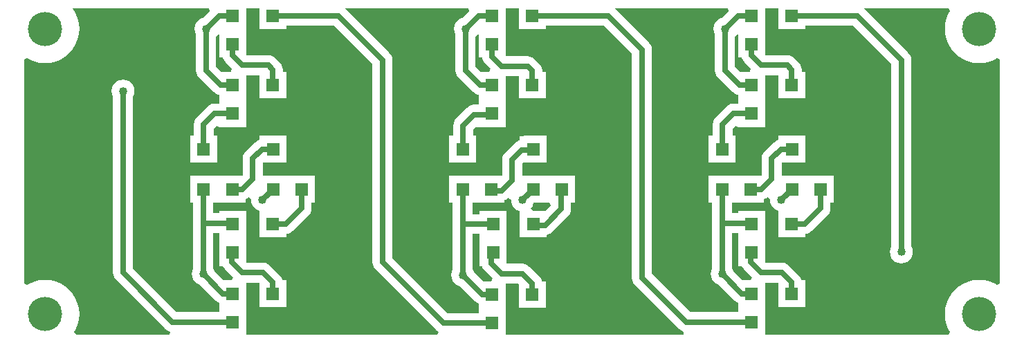
<source format=gtl>
%FSLAX25Y25*%
%MOIN*%
G70*
G01*
G75*
G04 Layer_Physical_Order=1*
G04 Layer_Color=255*
%ADD10R,0.05906X0.05906*%
%ADD11R,0.05906X0.05906*%
%ADD12C,0.02500*%
%ADD13C,0.16500*%
%ADD14C,0.04000*%
G36*
X1246402Y849437D02*
X1246402Y849437D01*
X1246402Y848563D01*
X1246402D01*
Y835658D01*
X1248122D01*
X1248211Y835443D01*
X1248351Y835104D01*
X1249112Y834112D01*
X1249112Y834112D01*
X1249112Y834112D01*
X1252996Y830228D01*
X1252422Y828843D01*
X1248433D01*
X1243972Y833304D01*
X1243969Y833325D01*
X1243414Y834663D01*
X1243401Y834681D01*
Y851599D01*
X1246402D01*
Y849437D01*
D02*
G37*
G36*
X1156073Y864848D02*
X1153567Y862342D01*
X1147370D01*
X1146812Y863070D01*
X1146507Y863688D01*
X1147304Y864726D01*
X1147858Y866064D01*
X1147861Y866086D01*
X1148009Y866234D01*
X1154063D01*
Y866234D01*
X1154063D01*
X1154063Y866234D01*
X1154937D01*
Y866234D01*
X1155499D01*
X1156073Y864848D01*
D02*
G37*
G36*
X1121902Y849437D02*
X1121902Y849437D01*
X1121902Y848563D01*
X1121902D01*
Y835658D01*
X1122915D01*
X1123211Y834943D01*
X1123351Y834604D01*
X1124112Y833612D01*
X1124112Y833612D01*
X1124112Y833612D01*
X1127996Y829728D01*
X1127422Y828343D01*
X1123433D01*
X1118972Y832804D01*
X1118969Y832825D01*
X1118414Y834163D01*
X1118401Y834181D01*
Y851099D01*
X1121902D01*
Y849437D01*
D02*
G37*
G36*
X1348474Y958691D02*
X1347753Y957514D01*
X1346759Y955115D01*
X1346153Y952589D01*
X1345949Y950000D01*
X1346153Y947411D01*
X1346759Y944885D01*
X1347753Y942486D01*
X1349110Y940272D01*
X1350797Y938297D01*
X1352772Y936610D01*
X1354986Y935253D01*
X1357385Y934259D01*
X1359911Y933653D01*
X1362500Y933449D01*
X1365089Y933653D01*
X1367615Y934259D01*
X1370014Y935253D01*
X1371191Y935974D01*
X1372500Y935241D01*
Y827259D01*
X1371191Y826526D01*
X1370014Y827247D01*
X1367615Y828241D01*
X1365089Y828847D01*
X1362500Y829051D01*
X1359911Y828847D01*
X1357385Y828241D01*
X1354986Y827247D01*
X1352772Y825890D01*
X1350797Y824203D01*
X1349110Y822228D01*
X1347753Y820014D01*
X1346759Y817614D01*
X1346153Y815089D01*
X1345949Y812500D01*
X1346153Y809911D01*
X1346759Y807386D01*
X1347753Y804986D01*
X1348474Y803809D01*
X1347741Y802500D01*
X1259307D01*
Y814876D01*
X1259307Y814876D01*
D01*
D01*
D01*
D01*
D01*
D01*
D01*
X1259307Y815063D01*
Y815243D01*
Y815500D01*
Y815627D01*
Y815937D01*
X1259307Y816072D01*
X1259307Y816124D01*
X1259307Y816124D01*
D01*
D01*
D01*
X1259307Y816124D01*
D01*
Y827709D01*
X1265516D01*
X1265693Y827532D01*
Y815937D01*
X1278598D01*
Y828843D01*
X1277025D01*
X1276773Y829094D01*
D01*
D01*
D01*
D01*
Y829094D01*
X1276773D01*
D01*
X1276773D01*
D01*
D01*
D01*
X1276295Y830250D01*
X1275533Y831242D01*
X1275533Y831242D01*
D01*
D01*
D01*
D01*
X1275533Y831242D01*
D01*
D01*
X1275533D01*
X1270888Y835888D01*
X1269895Y836649D01*
X1269557Y836789D01*
X1268740Y837128D01*
X1267500Y837291D01*
X1259484D01*
X1259307Y837468D01*
Y848563D01*
D01*
Y848563D01*
X1259307Y848563D01*
Y849437D01*
X1259307D01*
Y862342D01*
X1246402D01*
Y861181D01*
X1243401D01*
Y866234D01*
X1245063D01*
Y866234D01*
X1245937D01*
X1246124Y866234D01*
Y866234D01*
X1246124D01*
D01*
X1246124Y866234D01*
D01*
D01*
X1258842D01*
Y867915D01*
X1259557Y868211D01*
X1259896Y868351D01*
X1260445Y868772D01*
X1261744Y868022D01*
X1261685Y867576D01*
X1261874Y866141D01*
X1262428Y864803D01*
X1263310Y863654D01*
X1264458Y862772D01*
X1265693Y862261D01*
Y849437D01*
X1278598D01*
Y851126D01*
X1279630Y851262D01*
X1280447Y851600D01*
X1280785Y851741D01*
X1281777Y852502D01*
Y852502D01*
X1281777D01*
D01*
D01*
D01*
D01*
D01*
D01*
X1281777D01*
D01*
X1281777D01*
Y852502D01*
D01*
D01*
D01*
D01*
Y852502D01*
D01*
D01*
D01*
D01*
D01*
D01*
Y852502D01*
D01*
D01*
X1281777D01*
D01*
D01*
D01*
X1289510Y860234D01*
Y860234D01*
D01*
D01*
D01*
X1289510Y860234D01*
D01*
Y860234D01*
D01*
X1289510D01*
Y860234D01*
D01*
Y860234D01*
Y860234D01*
X1289510D01*
D01*
D01*
Y860234D01*
D01*
D01*
D01*
D01*
D01*
D01*
Y860234D01*
D01*
D01*
X1289510D01*
D01*
X1289510Y860234D01*
D01*
D01*
X1290271Y861226D01*
X1290469Y861705D01*
X1290750Y862382D01*
X1290913Y863622D01*
D01*
D01*
D01*
D01*
D01*
X1290913D01*
D01*
D01*
D01*
D01*
Y863622D01*
X1290913D01*
D01*
Y863622D01*
D01*
D01*
D01*
D01*
D01*
D01*
D01*
D01*
D01*
D01*
D01*
D01*
Y863622D01*
D01*
X1290913D01*
D01*
D01*
D01*
D01*
X1290913Y863622D01*
Y866234D01*
X1292575D01*
Y879139D01*
X1279669D01*
D01*
D01*
X1279669Y879139D01*
X1278795D01*
Y879139D01*
X1267291D01*
Y885515D01*
X1267301Y885525D01*
X1278795D01*
Y898431D01*
X1265890D01*
Y896626D01*
X1265738Y896606D01*
X1264583Y896127D01*
X1263590Y895366D01*
X1259112Y890888D01*
X1258351Y889896D01*
X1258211Y889557D01*
X1257872Y888740D01*
X1257709Y887500D01*
Y879484D01*
X1257364Y879139D01*
X1246124D01*
X1246124Y879139D01*
X1246124Y879139D01*
X1245937Y879139D01*
X1245500D01*
X1245063D01*
X1244876Y879139D01*
X1244876Y879139D01*
X1244876Y879139D01*
X1232158D01*
Y866234D01*
X1233819D01*
Y834681D01*
X1233806Y834663D01*
X1233252Y833325D01*
X1233063Y831890D01*
X1233252Y830454D01*
X1233806Y829116D01*
X1234688Y827967D01*
X1235837Y827085D01*
X1237175Y826531D01*
X1237196Y826528D01*
X1244722Y819002D01*
D01*
X1244722Y819002D01*
X1244722Y819002D01*
D01*
D01*
D01*
X1244722Y819002D01*
Y819002D01*
X1245715Y818241D01*
X1246402Y817956D01*
Y816124D01*
X1246402Y816124D01*
X1246402Y816124D01*
X1246402Y815937D01*
Y815063D01*
D01*
D01*
X1246402D01*
Y813401D01*
X1223374D01*
X1204791Y831985D01*
Y940000D01*
X1204628Y941240D01*
X1204149Y942395D01*
X1203388Y943388D01*
X1186998Y959778D01*
X1187074Y960000D01*
X1241265D01*
X1241839Y958614D01*
X1238586Y955361D01*
X1238564Y955358D01*
X1237226Y954804D01*
X1236077Y953923D01*
X1235196Y952774D01*
X1234642Y951436D01*
X1234453Y950000D01*
X1234642Y948564D01*
X1235196Y947226D01*
X1235209Y947209D01*
Y930000D01*
X1235372Y928760D01*
X1235711Y927943D01*
X1235851Y927604D01*
X1236612Y926612D01*
X1243723Y919502D01*
D01*
X1243723Y919502D01*
X1243723Y919502D01*
D01*
D01*
D01*
X1243723Y919502D01*
Y919502D01*
X1244715Y918741D01*
X1245053Y918600D01*
X1245870Y918262D01*
X1246402Y918192D01*
Y916624D01*
X1246402Y916624D01*
X1246402Y916624D01*
X1246402Y916437D01*
Y915563D01*
D01*
D01*
D01*
D01*
X1246402D01*
Y913901D01*
X1244110D01*
X1242870Y913738D01*
X1241715Y913259D01*
X1240722Y912498D01*
X1235490Y907266D01*
X1234729Y906273D01*
X1234250Y905118D01*
X1234087Y903878D01*
Y898431D01*
X1232158D01*
Y885525D01*
X1245063D01*
Y898431D01*
X1243669D01*
Y901894D01*
X1245016Y903240D01*
X1246402Y902666D01*
Y902658D01*
X1259307D01*
Y915376D01*
X1259307Y915376D01*
D01*
D01*
D01*
D01*
D01*
D01*
D01*
X1259307Y915563D01*
Y915743D01*
Y916000D01*
Y916127D01*
Y916437D01*
X1259307Y916572D01*
X1259307Y916624D01*
X1259307Y916624D01*
D01*
D01*
D01*
X1259307Y916624D01*
D01*
Y927709D01*
X1265693D01*
Y916437D01*
X1278598D01*
Y929342D01*
X1276937D01*
X1276937Y930354D01*
D01*
D01*
Y930354D01*
D01*
D01*
D01*
D01*
D01*
D01*
D01*
D01*
D01*
D01*
D01*
D01*
D01*
Y930354D01*
D01*
X1276937D01*
D01*
D01*
D01*
D01*
D01*
D01*
D01*
X1276937Y930354D01*
D01*
D01*
D01*
X1276773Y931594D01*
X1276493Y932271D01*
X1276295Y932750D01*
X1275533Y933742D01*
X1275533Y933742D01*
D01*
D01*
D01*
D01*
X1275533Y933742D01*
D01*
D01*
X1275533D01*
X1273388Y935888D01*
X1272396Y936649D01*
X1272057Y936789D01*
X1271240Y937128D01*
X1270000Y937291D01*
X1259484D01*
X1259307Y937468D01*
Y949063D01*
D01*
Y949063D01*
X1259307Y949063D01*
Y949937D01*
X1259307D01*
Y960000D01*
X1265693D01*
Y949937D01*
X1278598D01*
Y951599D01*
X1301626D01*
X1320209Y933016D01*
Y845291D01*
X1320196Y845274D01*
X1319642Y843936D01*
X1319452Y842500D01*
X1319642Y841064D01*
X1320196Y839726D01*
X1321077Y838577D01*
X1322226Y837696D01*
X1323564Y837142D01*
X1325000Y836952D01*
X1326436Y837142D01*
X1327774Y837696D01*
X1328923Y838577D01*
X1329804Y839726D01*
X1330358Y841064D01*
X1330548Y842500D01*
X1330358Y843936D01*
X1329804Y845274D01*
X1329791Y845291D01*
Y935000D01*
X1329628Y936240D01*
X1329149Y937395D01*
X1328388Y938388D01*
X1306998Y959778D01*
X1307073Y960000D01*
X1347741D01*
X1348474Y958691D01*
D02*
G37*
G36*
X996402Y849437D02*
X996402Y849437D01*
X996402Y848563D01*
X996402D01*
Y835658D01*
X998122D01*
X998211Y835443D01*
X998351Y835104D01*
X999112Y834112D01*
X999112Y834112D01*
X999112Y834112D01*
X1002996Y830228D01*
X1002422Y828843D01*
X998433D01*
X993972Y833304D01*
X993969Y833325D01*
X993414Y834663D01*
X993401Y834681D01*
Y851599D01*
X996402D01*
Y849437D01*
D02*
G37*
G36*
X1015693Y949937D02*
X1028598D01*
Y951599D01*
X1051626D01*
X1070209Y933016D01*
Y837500D01*
X1070372Y836260D01*
X1070711Y835443D01*
X1070851Y835104D01*
X1071612Y834112D01*
X1101002Y804722D01*
X1101994Y803961D01*
X1101389Y802500D01*
X1009307D01*
Y814876D01*
X1009307Y814876D01*
D01*
D01*
D01*
D01*
D01*
D01*
D01*
X1009307Y815063D01*
Y815243D01*
Y815500D01*
Y815627D01*
Y815937D01*
X1009307Y816072D01*
X1009307Y816124D01*
X1009307Y816124D01*
D01*
D01*
D01*
X1009307Y816124D01*
D01*
Y827709D01*
X1015516D01*
X1015693Y827532D01*
Y815937D01*
X1028598D01*
Y828843D01*
X1026807D01*
X1026773Y829094D01*
X1026295Y830250D01*
X1025533Y831242D01*
X1025533Y831242D01*
D01*
D01*
D01*
D01*
X1025533Y831242D01*
D01*
D01*
X1025533D01*
X1020888Y835888D01*
D01*
X1020888Y835888D01*
D01*
D01*
D01*
X1020888Y835888D01*
X1020888Y835888D01*
X1019895Y836649D01*
X1019557Y836789D01*
X1018740Y837128D01*
X1017500Y837291D01*
X1009484D01*
X1009307Y837468D01*
Y848563D01*
D01*
Y848563D01*
X1009307Y848563D01*
Y849437D01*
X1009307D01*
Y862342D01*
X996402D01*
Y861181D01*
X993401D01*
Y866234D01*
X995331D01*
Y866234D01*
X996205D01*
X996391Y866234D01*
Y866234D01*
X996391D01*
D01*
X996391Y866234D01*
D01*
D01*
X1009110D01*
Y868026D01*
X1009557Y868211D01*
X1009896Y868351D01*
X1010445Y868772D01*
X1011744Y868022D01*
X1011685Y867576D01*
X1011874Y866141D01*
X1012428Y864803D01*
X1013310Y863654D01*
X1014458Y862772D01*
X1015693Y862261D01*
Y849437D01*
X1028598D01*
Y851126D01*
X1029630Y851262D01*
X1030447Y851600D01*
X1030785Y851741D01*
X1031777Y852502D01*
X1039510Y860234D01*
Y860234D01*
D01*
D01*
D01*
X1039510Y860234D01*
D01*
Y860234D01*
D01*
X1039510D01*
Y860234D01*
D01*
Y860234D01*
Y860234D01*
X1039510D01*
D01*
D01*
Y860234D01*
D01*
D01*
D01*
D01*
D01*
D01*
Y860234D01*
D01*
D01*
X1039510D01*
D01*
X1039510Y860234D01*
D01*
D01*
X1040271Y861226D01*
X1040469Y861705D01*
X1040750Y862382D01*
X1040913Y863622D01*
D01*
D01*
D01*
D01*
D01*
X1040913D01*
D01*
D01*
D01*
D01*
Y863622D01*
X1040913D01*
D01*
Y863622D01*
D01*
D01*
D01*
D01*
D01*
D01*
D01*
D01*
D01*
D01*
D01*
D01*
Y863622D01*
D01*
X1040913D01*
D01*
D01*
D01*
D01*
X1040913Y863622D01*
Y866234D01*
X1042575D01*
Y879139D01*
X1029669D01*
D01*
D01*
X1029669Y879139D01*
X1028795D01*
Y879139D01*
X1017291D01*
Y885515D01*
X1017301Y885525D01*
X1028795D01*
Y898431D01*
X1015890D01*
Y896626D01*
X1015738Y896606D01*
X1014583Y896127D01*
X1013590Y895366D01*
X1009112Y890888D01*
X1008351Y889896D01*
X1008211Y889557D01*
X1007872Y888740D01*
X1007709Y887500D01*
Y879484D01*
X1007364Y879139D01*
X996391D01*
X996391Y879139D01*
X996391Y879139D01*
X996205Y879139D01*
X995768D01*
X995331D01*
X995144Y879139D01*
X995144Y879139D01*
X995144Y879139D01*
X982425D01*
Y866234D01*
X983819D01*
Y834681D01*
X983806Y834663D01*
X983252Y833325D01*
X983063Y831890D01*
X983252Y830454D01*
X983806Y829116D01*
X984688Y827967D01*
X985837Y827085D01*
X987175Y826531D01*
X987196Y826528D01*
X994722Y819002D01*
X995715Y818241D01*
X996402Y817956D01*
Y816124D01*
X996402Y816124D01*
X996402Y816124D01*
X996402Y815937D01*
Y815063D01*
D01*
D01*
X996402D01*
Y813401D01*
X975874D01*
X954791Y834484D01*
Y917209D01*
X954804Y917226D01*
X955358Y918564D01*
X955548Y920000D01*
X955358Y921436D01*
X954804Y922774D01*
X953923Y923923D01*
X952774Y924804D01*
X951436Y925358D01*
X950000Y925548D01*
X948564Y925358D01*
X947226Y924804D01*
X946077Y923923D01*
X945196Y922774D01*
X944642Y921436D01*
X944452Y920000D01*
X944642Y918564D01*
X945196Y917226D01*
X945209Y917209D01*
Y832500D01*
X945372Y831260D01*
X945711Y830443D01*
X945851Y830105D01*
X946612Y829112D01*
X970502Y805223D01*
X971494Y804461D01*
X972650Y803983D01*
X972455Y802500D01*
X927259D01*
X926526Y803809D01*
X927247Y804986D01*
X928241Y807386D01*
X928847Y809911D01*
X929051Y812500D01*
X928847Y815089D01*
X928241Y817614D01*
X927247Y820014D01*
X925890Y822228D01*
X924203Y824203D01*
X922228Y825890D01*
X920014Y827247D01*
X917615Y828241D01*
X915089Y828847D01*
X912500Y829051D01*
X909911Y828847D01*
X907385Y828241D01*
X904986Y827247D01*
X903809Y826526D01*
X902500Y827259D01*
Y935241D01*
X903809Y935974D01*
X904986Y935253D01*
X907385Y934259D01*
X909911Y933653D01*
X912500Y933449D01*
X915089Y933653D01*
X917615Y934259D01*
X920014Y935253D01*
X922228Y936610D01*
X924203Y938297D01*
X925890Y940272D01*
X927247Y942486D01*
X928241Y944885D01*
X928847Y947411D01*
X929051Y950000D01*
X928847Y952589D01*
X928241Y955115D01*
X927247Y957514D01*
X925890Y959728D01*
X926015Y960000D01*
X991265D01*
X991839Y958614D01*
X988586Y955361D01*
X988564Y955358D01*
X987226Y954804D01*
X986077Y953923D01*
X985196Y952774D01*
X984642Y951436D01*
X984453Y950000D01*
X984642Y948564D01*
X985196Y947226D01*
X985209Y947209D01*
Y930000D01*
X985209Y930000D01*
X985209D01*
X985372Y928760D01*
X985711Y927943D01*
X985851Y927604D01*
X986612Y926612D01*
X986612Y926612D01*
X986612Y926612D01*
X993723Y919502D01*
X994715Y918741D01*
X995053Y918600D01*
X995870Y918262D01*
X996402Y918192D01*
Y916624D01*
X996402Y916624D01*
X996402Y916624D01*
X996402Y916437D01*
Y915563D01*
D01*
D01*
D01*
D01*
X996402D01*
Y913901D01*
X994110D01*
X992870Y913738D01*
X991715Y913259D01*
X990722Y912498D01*
X985490Y907266D01*
X984729Y906273D01*
X984250Y905118D01*
X984087Y903878D01*
Y898431D01*
X982425D01*
Y885525D01*
X995331D01*
Y898431D01*
X993669D01*
Y901894D01*
X995016Y903240D01*
X996402Y902666D01*
Y902658D01*
X1009307D01*
Y915376D01*
X1009307Y915376D01*
D01*
D01*
D01*
D01*
D01*
D01*
D01*
X1009307Y915563D01*
Y915743D01*
Y916000D01*
Y916127D01*
Y916437D01*
X1009307Y916572D01*
X1009307Y916624D01*
X1009307Y916624D01*
D01*
D01*
D01*
X1009307Y916624D01*
D01*
Y927709D01*
X1015693D01*
Y916437D01*
X1028598D01*
Y929342D01*
X1026937D01*
X1026937Y930354D01*
D01*
D01*
Y930354D01*
D01*
D01*
D01*
D01*
D01*
D01*
D01*
D01*
D01*
D01*
D01*
D01*
D01*
Y930354D01*
D01*
X1026937D01*
D01*
D01*
D01*
D01*
D01*
D01*
D01*
X1026937Y930354D01*
D01*
D01*
D01*
X1026773Y931594D01*
X1026493Y932271D01*
X1026295Y932750D01*
X1025533Y933742D01*
X1025533Y933742D01*
D01*
D01*
D01*
D01*
X1025533Y933742D01*
D01*
D01*
X1025533D01*
X1023388Y935888D01*
X1022396Y936649D01*
X1022057Y936789D01*
X1021240Y937128D01*
X1020000Y937291D01*
X1009484D01*
X1009307Y937468D01*
Y949063D01*
D01*
Y949063D01*
X1009307Y949063D01*
Y949937D01*
X1009307D01*
Y960000D01*
X1015693D01*
Y949937D01*
D02*
G37*
G36*
X1140693D02*
X1153598D01*
Y951599D01*
X1181626D01*
X1195209Y938015D01*
Y830000D01*
X1195372Y828760D01*
X1195711Y827943D01*
X1195851Y827604D01*
X1196612Y826612D01*
X1218002Y805223D01*
X1218994Y804461D01*
X1220150Y803983D01*
X1219955Y802500D01*
X1134307D01*
Y814376D01*
X1134307Y814376D01*
D01*
D01*
D01*
D01*
D01*
D01*
D01*
X1134307Y814563D01*
Y814743D01*
Y815000D01*
Y815127D01*
Y815437D01*
X1134307Y815572D01*
X1134307Y815624D01*
X1134307Y815624D01*
D01*
D01*
D01*
X1134307Y815624D01*
D01*
Y827209D01*
X1140516D01*
X1140693Y827032D01*
Y815437D01*
X1153598D01*
Y828343D01*
X1152025D01*
X1151773Y828594D01*
D01*
D01*
D01*
D01*
Y828594D01*
X1151773D01*
D01*
X1151773D01*
D01*
D01*
D01*
X1151741Y828673D01*
X1151741Y828673D01*
X1151295Y829750D01*
Y829750D01*
D01*
D01*
D01*
X1151295Y829750D01*
X1150533Y830742D01*
X1150533Y830742D01*
D01*
D01*
D01*
D01*
X1150533Y830742D01*
D01*
D01*
X1150533D01*
X1145888Y835388D01*
D01*
X1145888Y835388D01*
D01*
D01*
D01*
X1145888Y835388D01*
X1145888Y835388D01*
X1144895Y836149D01*
X1144557Y836289D01*
X1143740Y836628D01*
X1142500Y836791D01*
X1134807D01*
Y848563D01*
D01*
Y848563D01*
X1134807Y848563D01*
Y849437D01*
X1134807D01*
Y862342D01*
X1121902D01*
Y860681D01*
X1118401D01*
Y866234D01*
X1120063D01*
Y866234D01*
X1120937D01*
X1121124Y866234D01*
Y866234D01*
X1121124D01*
D01*
X1121124Y866234D01*
D01*
D01*
X1133842D01*
Y867415D01*
X1134557Y867711D01*
X1134896Y867851D01*
X1135680Y868453D01*
X1136548Y867952D01*
X1136958Y867542D01*
X1136952Y867500D01*
X1137142Y866064D01*
X1137696Y864726D01*
X1138577Y863577D01*
X1139726Y862696D01*
X1141064Y862142D01*
X1141193Y862125D01*
Y849437D01*
X1154098D01*
Y850692D01*
X1154630Y850762D01*
X1155447Y851100D01*
X1155785Y851241D01*
X1156777Y852002D01*
Y852002D01*
X1156777D01*
D01*
D01*
D01*
D01*
D01*
D01*
X1156777D01*
D01*
X1156777D01*
Y852002D01*
D01*
D01*
D01*
D01*
Y852002D01*
D01*
D01*
D01*
D01*
D01*
D01*
Y852002D01*
D01*
D01*
X1156777D01*
D01*
D01*
D01*
X1164510Y859734D01*
X1165271Y860727D01*
X1165469Y861205D01*
X1165750Y861882D01*
X1165913Y863122D01*
Y866234D01*
X1167842D01*
Y879139D01*
X1154937D01*
D01*
D01*
X1154937Y879139D01*
X1154063D01*
Y879139D01*
X1142291D01*
Y885015D01*
X1142801Y885525D01*
X1154063D01*
Y898431D01*
X1141158D01*
Y896161D01*
X1140738Y896106D01*
X1139583Y895627D01*
X1138590Y894866D01*
X1134112Y890388D01*
X1133351Y889396D01*
X1133211Y889057D01*
X1132872Y888240D01*
X1132709Y887000D01*
Y879139D01*
X1121124D01*
X1121124Y879139D01*
X1121124Y879139D01*
X1120937Y879139D01*
X1120500D01*
X1120063D01*
X1119876Y879139D01*
X1119876Y879139D01*
X1119876Y879139D01*
X1107158D01*
Y866234D01*
X1108819D01*
Y834181D01*
X1108806Y834163D01*
X1108252Y832825D01*
X1108063Y831390D01*
X1108252Y829954D01*
X1108806Y828616D01*
X1109688Y827467D01*
X1110837Y826585D01*
X1112175Y826031D01*
X1112196Y826029D01*
X1119722Y818502D01*
D01*
X1119722Y818502D01*
X1119722Y818502D01*
D01*
D01*
D01*
X1119722Y818502D01*
Y818502D01*
X1120715Y817741D01*
X1121402Y817456D01*
Y815624D01*
X1121402Y815624D01*
X1121402Y815624D01*
X1121402Y815437D01*
Y814563D01*
D01*
D01*
X1121402D01*
Y812901D01*
X1106374D01*
X1079791Y839485D01*
Y935000D01*
X1079628Y936240D01*
X1079149Y937395D01*
X1078388Y938388D01*
X1056998Y959778D01*
X1057073Y960000D01*
X1116265D01*
X1116839Y958614D01*
X1113586Y955361D01*
X1113564Y955358D01*
X1112226Y954804D01*
X1111077Y953923D01*
X1110196Y952774D01*
X1109642Y951436D01*
X1109453Y950000D01*
X1109642Y948564D01*
X1110196Y947226D01*
X1110209Y947209D01*
Y930000D01*
X1110209Y930000D01*
X1110209D01*
X1110372Y928760D01*
X1110711Y927943D01*
X1110851Y927604D01*
X1111612Y926612D01*
X1111612Y926612D01*
X1111612Y926612D01*
X1118723Y919502D01*
X1119715Y918741D01*
X1120053Y918600D01*
X1120870Y918262D01*
X1121402Y918192D01*
Y916624D01*
X1121402Y916624D01*
X1121402Y916624D01*
X1121402Y916437D01*
Y915563D01*
D01*
D01*
D01*
D01*
X1121402D01*
Y913401D01*
X1119110D01*
X1117870Y913238D01*
X1116715Y912759D01*
X1115722Y911998D01*
X1110490Y906766D01*
X1109729Y905774D01*
X1109250Y904618D01*
X1109087Y903378D01*
Y898431D01*
X1107158D01*
Y885525D01*
X1120063D01*
Y898431D01*
X1118669D01*
Y901394D01*
X1119933Y902658D01*
X1121402Y902658D01*
Y902658D01*
X1134307D01*
Y915376D01*
D01*
X1134307D01*
Y915376D01*
D01*
D01*
D01*
D01*
D01*
D01*
D01*
X1134307Y915563D01*
Y915743D01*
Y916000D01*
Y916127D01*
Y916437D01*
X1134307Y916532D01*
Y916624D01*
D01*
X1134307Y916624D01*
D01*
Y927209D01*
X1140693D01*
Y916437D01*
X1153598D01*
Y929342D01*
X1151937D01*
X1151937Y929854D01*
D01*
D01*
Y929854D01*
D01*
D01*
D01*
D01*
D01*
D01*
D01*
D01*
D01*
D01*
D01*
D01*
D01*
Y929854D01*
D01*
X1151937D01*
D01*
D01*
D01*
D01*
D01*
D01*
D01*
X1151937Y929854D01*
D01*
D01*
D01*
X1151773Y931094D01*
X1151493Y931771D01*
X1151295Y932250D01*
X1150533Y933242D01*
X1150533Y933242D01*
D01*
D01*
D01*
D01*
X1150533Y933242D01*
D01*
D01*
X1150533D01*
X1148388Y935388D01*
D01*
X1148388Y935388D01*
D01*
D01*
D01*
X1148388Y935388D01*
X1148388Y935388D01*
X1147396Y936149D01*
X1147057Y936289D01*
X1146240Y936628D01*
X1145000Y936791D01*
X1134484D01*
X1134307Y936968D01*
Y949063D01*
D01*
Y949063D01*
X1134307Y949063D01*
Y949937D01*
X1134307D01*
Y960000D01*
X1140693D01*
Y949937D01*
D02*
G37*
G36*
X1246402Y947238D02*
Y936158D01*
X1248193D01*
X1248227Y935906D01*
X1248705Y934750D01*
X1249467Y933758D01*
X1252496Y930728D01*
X1251922Y929342D01*
X1247433D01*
X1244791Y931985D01*
Y946376D01*
X1245951Y947328D01*
X1246402Y947238D01*
D02*
G37*
G36*
X996402D02*
Y936158D01*
X998193D01*
X998227Y935906D01*
X998705Y934750D01*
X999467Y933758D01*
X1002496Y930728D01*
X1001922Y929342D01*
X997433D01*
X994791Y931985D01*
Y946376D01*
X995951Y947328D01*
X996402Y947238D01*
D02*
G37*
G36*
X1121402D02*
Y936158D01*
X1123128D01*
X1123227Y935406D01*
X1123705Y934250D01*
X1124467Y933258D01*
X1126996Y930728D01*
X1126422Y929342D01*
X1122433D01*
X1119791Y931985D01*
Y946376D01*
X1120951Y947328D01*
X1121402Y947238D01*
D02*
G37*
D10*
X1252854Y942610D02*
D03*
Y956390D02*
D03*
X1272146Y942610D02*
D03*
Y956390D02*
D03*
X1252854Y909110D02*
D03*
Y922890D02*
D03*
X1272146Y909110D02*
D03*
Y922890D02*
D03*
X1252854Y842110D02*
D03*
Y855890D02*
D03*
X1272146Y842110D02*
D03*
Y855890D02*
D03*
X1252854Y808610D02*
D03*
Y822390D02*
D03*
X1272146Y808610D02*
D03*
Y822390D02*
D03*
X1127854Y942610D02*
D03*
Y956390D02*
D03*
X1147146Y942610D02*
D03*
Y956390D02*
D03*
X1127854Y909110D02*
D03*
Y922890D02*
D03*
X1147146Y909110D02*
D03*
Y922890D02*
D03*
X1128354Y842110D02*
D03*
Y855890D02*
D03*
X1147646Y842110D02*
D03*
Y855890D02*
D03*
X1127854Y808110D02*
D03*
Y821890D02*
D03*
X1147146Y808110D02*
D03*
Y821890D02*
D03*
X1002854Y942610D02*
D03*
Y956390D02*
D03*
X1022146Y942610D02*
D03*
Y956390D02*
D03*
X1002854Y909110D02*
D03*
Y922890D02*
D03*
X1022146Y909110D02*
D03*
Y922890D02*
D03*
X1002854Y842110D02*
D03*
Y855890D02*
D03*
X1022146Y842110D02*
D03*
Y855890D02*
D03*
X1002854Y808610D02*
D03*
Y822390D02*
D03*
X1022146Y808610D02*
D03*
Y822390D02*
D03*
D11*
X1252390Y872687D02*
D03*
X1238610D02*
D03*
X1252390Y891978D02*
D03*
X1238610D02*
D03*
X1286122Y872687D02*
D03*
X1272342D02*
D03*
X1286122Y891978D02*
D03*
X1272342D02*
D03*
X1127390Y872687D02*
D03*
X1113610D02*
D03*
X1127390Y891978D02*
D03*
X1113610D02*
D03*
X1161390Y872687D02*
D03*
X1147610D02*
D03*
X1161390Y891978D02*
D03*
X1147610D02*
D03*
X1002658Y872687D02*
D03*
X988878D02*
D03*
X1002658Y891978D02*
D03*
X988878D02*
D03*
X1036122Y872687D02*
D03*
X1022342D02*
D03*
X1036122Y891978D02*
D03*
X1022342D02*
D03*
D12*
X1022146Y822390D02*
Y827854D01*
X1017500Y832500D02*
X1022146Y827854D01*
X1007500Y832500D02*
X1017500D01*
X1002500Y837500D02*
X1007500Y832500D01*
X1002500Y837500D02*
Y841756D01*
X1002854Y842110D01*
X1022146Y855890D02*
X1028390D01*
X1036122Y863622D02*
Y872687D01*
X1028390Y855890D02*
X1036122Y863622D01*
X1016978Y891978D02*
X1022342D01*
X1012500Y887500D02*
X1016978Y891978D01*
X1007500Y872500D02*
X1012500Y877500D01*
X1002844Y872500D02*
X1007500D01*
X1002658Y872687D02*
X1002844Y872500D01*
X1012500Y877500D02*
Y887500D01*
X988878Y891978D02*
Y903878D01*
X994110Y909110D02*
X1002854D01*
X988878Y903878D02*
X994110Y909110D01*
X1022146Y922890D02*
Y930354D01*
X1020000Y932500D02*
X1022146Y930354D01*
X1007500Y932500D02*
X1020000D01*
X1002854Y937146D02*
Y942610D01*
Y937146D02*
X1007500Y932500D01*
X1127854Y936646D02*
X1132500Y932000D01*
X1127854Y936646D02*
Y942110D01*
X1132500Y932000D02*
X1145000D01*
X1147146Y929854D01*
Y922390D02*
Y929854D01*
X1113878Y903378D02*
X1119110Y908610D01*
X1127854D01*
X1113878Y891478D02*
Y903378D01*
X1137500Y877000D02*
Y887000D01*
X1127844Y872000D02*
X1132500D01*
X1137500Y877000D01*
Y887000D02*
X1141978Y891478D01*
X1147342D01*
X1153390Y855390D02*
X1161122Y863122D01*
Y872187D01*
X1147146Y855390D02*
X1153390D01*
X1127500Y837000D02*
Y841256D01*
Y837000D02*
X1132500Y832000D01*
X1142500D01*
X1147146Y827354D01*
Y821890D02*
Y827354D01*
X1252854Y937146D02*
X1257500Y932500D01*
X1252854Y937146D02*
Y942610D01*
X1257500Y932500D02*
X1270000D01*
X1272146Y930354D01*
Y922890D02*
Y930354D01*
X1238878Y903878D02*
X1244110Y909110D01*
X1252854D01*
X1238878Y891978D02*
Y903878D01*
X1262500Y877500D02*
Y887500D01*
X1252844Y872500D02*
X1257500D01*
X1262500Y877500D01*
Y887500D02*
X1266978Y891978D01*
X1272342D01*
X1278390Y855890D02*
X1286122Y863622D01*
Y872687D01*
X1272146Y855890D02*
X1278390D01*
X1252500Y837500D02*
Y841756D01*
Y837500D02*
X1257500Y832500D01*
X1267500D01*
X1272146Y827854D01*
Y822390D02*
Y827854D01*
X1022146Y956390D02*
X1053610D01*
X1075000Y935000D01*
Y837500D02*
Y935000D01*
X1104390Y808110D02*
X1127854D01*
X1075000Y837500D02*
X1104390Y808110D01*
X1147146Y956390D02*
X1183610D01*
X1200000Y940000D01*
Y830000D02*
Y940000D01*
X1221390Y808610D02*
X1252854D01*
X1200000Y830000D02*
X1221390Y808610D01*
X1272146Y956390D02*
X1303610D01*
X1325000Y935000D01*
Y842500D02*
Y935000D01*
X973890Y808610D02*
X1002854D01*
X950000Y832500D02*
X973890Y808610D01*
X950000Y832500D02*
Y920000D01*
X1022146Y808610D02*
X1033610D01*
X1040000Y815000D01*
Y837500D01*
X1022146Y842110D02*
X1035390D01*
X1040000Y837500D01*
X1036122Y891978D02*
X1045522D01*
X1050000Y887500D01*
Y856721D02*
Y887500D01*
X1035390Y842110D02*
X1050000Y856721D01*
X1036122Y891978D02*
Y903878D01*
X1022146Y909110D02*
X1030890D01*
X1036122Y903878D01*
X1022146Y942610D02*
X1029890D01*
X1035000Y937500D01*
Y913221D02*
Y937500D01*
X1030890Y909110D02*
X1035000Y913221D01*
X1002658Y891978D02*
Y897657D01*
X1005000Y900000D01*
X1022146Y904646D02*
Y909110D01*
X1005000Y900000D02*
X1017500D01*
X1022146Y904646D01*
X1142500Y899500D02*
X1147146Y904146D01*
X1130000Y899500D02*
X1142500D01*
X1147146Y904146D02*
Y908610D01*
X1127658Y897157D02*
X1130000Y899500D01*
X1155890Y908610D02*
X1160000Y912720D01*
Y937000D01*
X1154890Y942110D02*
X1160000Y937000D01*
X1147146Y942110D02*
X1154890D01*
X1155890Y908610D02*
X1161122Y903378D01*
X1147146Y908610D02*
X1155890D01*
X1161122Y891478D02*
Y903378D01*
X1160390Y841610D02*
X1175000Y856221D01*
Y887000D01*
X1170522Y891478D02*
X1175000Y887000D01*
X1161122Y891478D02*
X1170522D01*
X1160390Y841610D02*
X1165000Y837000D01*
X1147146Y841610D02*
X1160390D01*
X1165000Y814500D02*
Y837000D01*
X1158610Y808110D02*
X1165000Y814500D01*
X1147146Y808110D02*
X1158610D01*
X1267500Y900000D02*
X1272146Y904646D01*
X1255000Y900000D02*
X1267500D01*
X1272146Y904646D02*
Y909110D01*
X1252658Y897657D02*
X1255000Y900000D01*
X1252658Y891978D02*
Y897657D01*
X1280890Y909110D02*
X1285000Y913221D01*
Y937500D01*
X1279890Y942610D02*
X1285000Y937500D01*
X1272146Y942610D02*
X1279890D01*
X1280890Y909110D02*
X1286122Y903878D01*
X1272146Y909110D02*
X1280890D01*
X1286122Y891978D02*
Y903878D01*
X1285390Y842110D02*
X1300000Y856721D01*
Y887500D01*
X1295522Y891978D02*
X1300000Y887500D01*
X1286122Y891978D02*
X1295522D01*
X1285390Y842110D02*
X1290000Y837500D01*
X1272146Y842110D02*
X1285390D01*
X1290000Y815000D02*
Y837500D01*
X1283610Y808610D02*
X1290000Y815000D01*
X1272146Y808610D02*
X1283610D01*
X1123110Y821890D02*
X1127854D01*
X1113610Y831390D02*
X1123110Y821890D01*
X1114500Y855890D02*
X1128354D01*
X1147610Y872610D02*
Y872687D01*
X1142500Y867500D02*
X1147610Y872610D01*
X1121390Y956390D02*
X1127854D01*
X1115000Y950000D02*
X1121390Y956390D01*
X1115000Y930000D02*
Y950000D01*
X1122110Y922890D02*
X1127854D01*
X1115000Y930000D02*
X1122110Y922890D01*
X1127390Y884890D02*
Y891978D01*
X1125000Y882500D02*
X1127390Y884890D01*
X1105000Y882500D02*
X1125000D01*
X1102500Y885000D02*
X1105000Y882500D01*
X1127658Y891478D02*
Y897157D01*
X1227500Y885000D02*
X1230000Y882500D01*
X1250000D01*
X1252390Y884890D01*
Y891978D01*
X977768Y885000D02*
X980268Y882500D01*
X1000268D01*
X1002658Y884890D01*
Y891978D01*
X989500Y856390D02*
X1003354D01*
X988610Y831890D02*
X998110Y822390D01*
X1002854D01*
X1239500Y856390D02*
X1253354D01*
X1238610Y831890D02*
X1248110Y822390D01*
X1252854D01*
X1267232Y867576D02*
X1272342Y872687D01*
X1017232Y867576D02*
X1022342Y872687D01*
X990000Y930000D02*
X997110Y922890D01*
X1002854D01*
X990000Y930000D02*
Y950000D01*
X996390Y956390D01*
X1002854D01*
X1240000Y930000D02*
X1247110Y922890D01*
X1252854D01*
X1240000Y930000D02*
Y950000D01*
X1246390Y956390D01*
X1252854D01*
X1113610Y855000D02*
X1114500Y855890D01*
X1238610Y831890D02*
Y872687D01*
X988610Y831890D02*
Y873187D01*
X1113610Y831390D02*
Y872687D01*
D13*
X912500Y812500D02*
D03*
Y950000D02*
D03*
X1362500D02*
D03*
Y812500D02*
D03*
D14*
X1325000Y842500D02*
D03*
X950000Y920000D02*
D03*
X1142500Y867500D02*
D03*
X1102500Y885000D02*
D03*
X1227500D02*
D03*
X977768D02*
D03*
X1267232Y867576D02*
D03*
X1017232D02*
D03*
X990000Y950000D02*
D03*
X1115000D02*
D03*
X1240000D02*
D03*
X1238610Y831890D02*
D03*
X1113610Y831390D02*
D03*
X988610Y831890D02*
D03*
M02*

</source>
